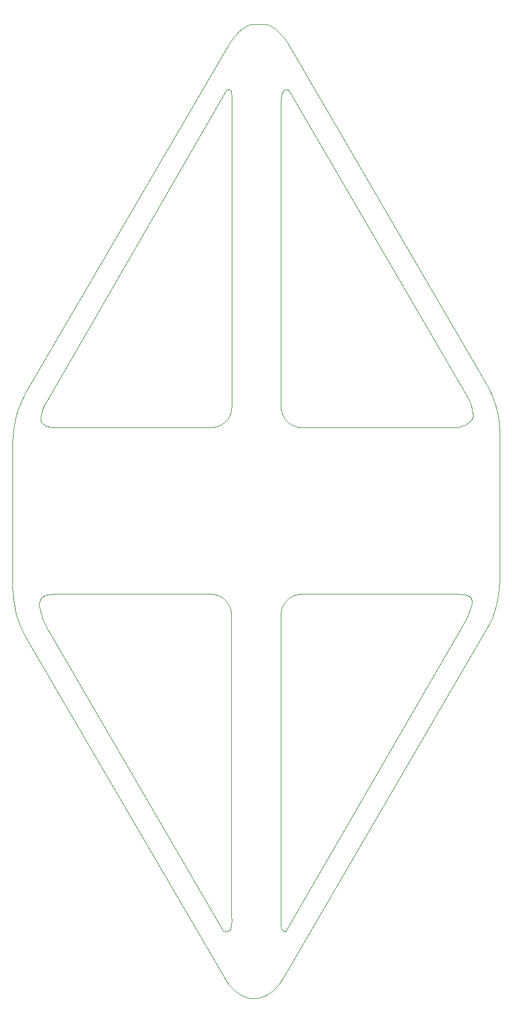
<source format=gbr>
%TF.GenerationSoftware,KiCad,Pcbnew,(6.99.0-1239-g6d82490b59-dirty)*%
%TF.CreationDate,2022-03-26T16:26:21-05:00*%
%TF.ProjectId,Layout,4c61796f-7574-42e6-9b69-6361645f7063,rev?*%
%TF.SameCoordinates,Original*%
%TF.FileFunction,Profile,NP*%
%FSLAX46Y46*%
G04 Gerber Fmt 4.6, Leading zero omitted, Abs format (unit mm)*
G04 Created by KiCad (PCBNEW (6.99.0-1239-g6d82490b59-dirty)) date 2022-03-26 16:26:21*
%MOMM*%
%LPD*%
G01*
G04 APERTURE LIST*
%TA.AperFunction,Profile*%
%ADD10C,0.100000*%
%TD*%
G04 APERTURE END LIST*
D10*
X179620500Y-80442500D02*
X151073500Y-31497700D01*
X151073500Y-31497700D02*
X150728500Y-30948300D01*
X150728500Y-30948300D02*
X150364500Y-30453500D01*
X150364500Y-30453500D02*
X149985500Y-30013200D01*
X149985500Y-30013200D02*
X149592900Y-29627300D01*
X149592900Y-29627300D02*
X149187900Y-29296000D01*
X149187900Y-29296000D02*
X148772700Y-29019100D01*
X148772700Y-29019100D02*
X148349100Y-28796600D01*
X148349100Y-28796600D02*
X147919000Y-28628600D01*
X147919000Y-28628600D02*
X145661300Y-28628600D01*
X145661300Y-28628600D02*
X145231100Y-28796600D01*
X145231100Y-28796600D02*
X144807600Y-29019100D01*
X144807600Y-29019100D02*
X144392500Y-29296000D01*
X144392500Y-29296000D02*
X143987600Y-29627300D01*
X143987600Y-29627300D02*
X143594800Y-30013200D01*
X143594800Y-30013200D02*
X143215900Y-30453500D01*
X143215900Y-30453500D02*
X142852600Y-30948300D01*
X142852600Y-30948300D02*
X142506900Y-31497700D01*
X142506900Y-31497700D02*
X113264800Y-81633700D01*
X113264800Y-81633700D02*
X113062700Y-81996900D01*
X113062700Y-81996900D02*
X112872800Y-82372200D01*
X112872800Y-82372200D02*
X112695000Y-82758900D01*
X112695000Y-82758900D02*
X112529500Y-83156400D01*
X112529500Y-83156400D02*
X112234900Y-83980800D01*
X112234900Y-83980800D02*
X111989000Y-84840200D01*
X111989000Y-84840200D02*
X111791800Y-85729100D01*
X111791800Y-85729100D02*
X111643300Y-86642200D01*
X111643300Y-86642200D02*
X111543300Y-87574200D01*
X111543300Y-87574200D02*
X111492000Y-88519700D01*
X111492000Y-88519700D02*
X111492300Y-88620600D01*
X111492300Y-88620600D02*
X111485200Y-108521100D01*
X111485200Y-108521100D02*
X111477900Y-109050100D01*
X111477900Y-109050100D02*
X111486600Y-109578000D01*
X111486600Y-109578000D02*
X111511100Y-110103700D01*
X111511100Y-110103700D02*
X111551500Y-110626500D01*
X111551500Y-110626500D02*
X111607700Y-111145300D01*
X111607700Y-111145300D02*
X111679700Y-111659200D01*
X111679700Y-111659200D02*
X111767500Y-112167000D01*
X111767500Y-112167000D02*
X111871000Y-112669000D01*
X111871000Y-112669000D02*
X111990400Y-113162000D01*
X111990400Y-113162000D02*
X112125400Y-113647000D01*
X112125400Y-113647000D02*
X112276200Y-114122000D01*
X112276200Y-114122000D02*
X112442600Y-114587000D01*
X112442600Y-114587000D02*
X112624700Y-115041000D01*
X112624700Y-115041000D02*
X112822400Y-115482000D01*
X112822400Y-115482000D02*
X113035800Y-115909000D01*
X113035800Y-115909000D02*
X113264800Y-116323000D01*
X113264800Y-116323000D02*
X141811900Y-165268000D01*
X141811900Y-165268000D02*
X142024000Y-165614000D01*
X142024000Y-165614000D02*
X142243000Y-165940000D01*
X142243000Y-165940000D02*
X142468600Y-166245000D01*
X142468600Y-166245000D02*
X142700400Y-166529000D01*
X142700400Y-166529000D02*
X142937800Y-166792000D01*
X142937800Y-166792000D02*
X143180500Y-167035000D01*
X143180500Y-167035000D02*
X143428100Y-167256000D01*
X143428100Y-167256000D02*
X143680000Y-167456000D01*
X143680000Y-167456000D02*
X143935900Y-167636000D01*
X143935900Y-167636000D02*
X144195300Y-167794000D01*
X144195300Y-167794000D02*
X144457800Y-167932000D01*
X144457800Y-167932000D02*
X144723000Y-168049000D01*
X144723000Y-168049000D02*
X144990400Y-168145000D01*
X144990400Y-168145000D02*
X145259500Y-168219000D01*
X145259500Y-168219000D02*
X145530000Y-168273000D01*
X145530000Y-168273000D02*
X145801300Y-168307000D01*
X145801300Y-168307000D02*
X146389900Y-168307000D01*
X146389900Y-168307000D02*
X146661300Y-168273000D01*
X146661300Y-168273000D02*
X146931800Y-168219000D01*
X146931800Y-168219000D02*
X147200900Y-168145000D01*
X147200900Y-168145000D02*
X147468300Y-168049000D01*
X147468300Y-168049000D02*
X147733400Y-167932000D01*
X147733400Y-167932000D02*
X147995900Y-167794000D01*
X147995900Y-167794000D02*
X148255300Y-167636000D01*
X148255300Y-167636000D02*
X148511200Y-167456000D01*
X148511200Y-167456000D02*
X148763200Y-167256000D01*
X148763200Y-167256000D02*
X149010700Y-167035000D01*
X149010700Y-167035000D02*
X149253400Y-166792000D01*
X149253400Y-166792000D02*
X149490900Y-166529000D01*
X149490900Y-166529000D02*
X149722600Y-166245000D01*
X149722600Y-166245000D02*
X149948500Y-165940000D01*
X149948500Y-165940000D02*
X150167500Y-165614000D01*
X150167500Y-165614000D02*
X150379500Y-165268000D01*
X150379500Y-165268000D02*
X179620500Y-115132000D01*
X179620500Y-115132000D02*
X179818500Y-114777000D01*
X179818500Y-114777000D02*
X180004500Y-114410000D01*
X180004500Y-114410000D02*
X180341500Y-113646000D01*
X180341500Y-113646000D02*
X180631500Y-112844000D01*
X180631500Y-112844000D02*
X180875500Y-112011000D01*
X180875500Y-112011000D02*
X181073500Y-111150600D01*
X181073500Y-111150600D02*
X181223500Y-110269600D01*
X181223500Y-110269600D02*
X181328500Y-109373300D01*
X181328500Y-109373300D02*
X181386500Y-108467400D01*
X181386500Y-108467400D02*
X181392500Y-88375000D01*
X181392500Y-88375000D02*
X181405500Y-87828700D01*
X181405500Y-87828700D02*
X181402500Y-87285900D01*
X181402500Y-87285900D02*
X181381500Y-86747300D01*
X181381500Y-86747300D02*
X181345500Y-86213600D01*
X181345500Y-86213600D02*
X181291500Y-85685500D01*
X181291500Y-85685500D02*
X181222500Y-85163600D01*
X181222500Y-85163600D02*
X181135500Y-84648600D01*
X181135500Y-84648600D02*
X181032500Y-84141400D01*
X181032500Y-84141400D02*
X180913500Y-83642400D01*
X180913500Y-83642400D02*
X180778500Y-83152600D01*
X180778500Y-83152600D02*
X180625500Y-82672500D01*
X180625500Y-82672500D02*
X180457500Y-82202800D01*
X180457500Y-82202800D02*
X180272500Y-81744300D01*
X180272500Y-81744300D02*
X180071500Y-81297600D01*
X180071500Y-81297600D02*
X179854500Y-80863400D01*
X179854500Y-80863400D02*
X179621500Y-80442500D01*
X179621500Y-80442500D02*
X179620500Y-80442500D01*
X179620500Y-80442500D02*
X179620500Y-80442500D01*
X142193800Y-38031900D02*
X116582900Y-82277200D01*
X116582900Y-82277200D02*
X116244000Y-82862500D01*
X116244000Y-82862500D02*
X116087900Y-83151400D01*
X116087900Y-83151400D02*
X115941900Y-83453000D01*
X115941900Y-83453000D02*
X115807000Y-83778400D01*
X115807000Y-83778400D02*
X115684200Y-84139000D01*
X115684200Y-84139000D02*
X115574600Y-84545800D01*
X115574600Y-84545800D02*
X115479100Y-85010300D01*
X115479100Y-85010300D02*
X115500000Y-85243800D01*
X115500000Y-85243800D02*
X115551100Y-85450400D01*
X115551100Y-85450400D02*
X115630000Y-85631500D01*
X115630000Y-85631500D02*
X115734000Y-85789000D01*
X115734000Y-85789000D02*
X115860500Y-85924500D01*
X115860500Y-85924500D02*
X116007100Y-86039600D01*
X116007100Y-86039600D02*
X116171000Y-86135900D01*
X116171000Y-86135900D02*
X116349700Y-86215100D01*
X116349700Y-86215100D02*
X116540700Y-86278800D01*
X116540700Y-86278800D02*
X116741400Y-86328700D01*
X116741400Y-86328700D02*
X117161400Y-86393600D01*
X117161400Y-86393600D02*
X117589100Y-86422900D01*
X117589100Y-86422900D02*
X118004000Y-86429800D01*
X118004000Y-86429800D02*
X139947400Y-86429800D01*
X139947400Y-86429800D02*
X140251800Y-86414400D01*
X140251800Y-86414400D02*
X140547200Y-86369200D01*
X140547200Y-86369200D02*
X140832200Y-86295700D01*
X140832200Y-86295700D02*
X141105200Y-86195400D01*
X141105200Y-86195400D02*
X141364900Y-86069800D01*
X141364900Y-86069800D02*
X141609700Y-85920200D01*
X141609700Y-85920200D02*
X141838200Y-85748300D01*
X141838200Y-85748300D02*
X142048800Y-85555500D01*
X142048800Y-85555500D02*
X142240200Y-85343300D01*
X142240200Y-85343300D02*
X142410900Y-85113100D01*
X142410900Y-85113100D02*
X142559300Y-84866500D01*
X142559300Y-84866500D02*
X142684100Y-84604900D01*
X142684100Y-84604900D02*
X142783600Y-84329800D01*
X142783600Y-84329800D02*
X142856600Y-84042700D01*
X142856600Y-84042700D02*
X142901500Y-83745100D01*
X142901500Y-83745100D02*
X142916700Y-83438400D01*
X142916700Y-83438400D02*
X142916700Y-39988100D01*
X142916700Y-39988100D02*
X142934000Y-39294400D01*
X142934000Y-39294400D02*
X142932200Y-38905300D01*
X142932200Y-38905300D02*
X142902500Y-38537900D01*
X142902500Y-38537900D02*
X142872400Y-38374000D01*
X142872400Y-38374000D02*
X142829500Y-38229500D01*
X142829500Y-38229500D02*
X142771800Y-38109100D01*
X142771800Y-38109100D02*
X142697400Y-38017400D01*
X142697400Y-38017400D02*
X142604400Y-37959200D01*
X142604400Y-37959200D02*
X142490700Y-37939100D01*
X142490700Y-37939100D02*
X142354500Y-37961800D01*
X142354500Y-37961800D02*
X142193800Y-38031900D01*
X142193800Y-38031900D02*
X142193800Y-38031900D01*
X142193800Y-38031900D02*
X142193800Y-38031900D01*
X151103500Y-38020000D02*
X150885500Y-37972900D01*
X150885500Y-37972900D02*
X150697500Y-37971600D01*
X150697500Y-37971600D02*
X150537500Y-38011700D01*
X150537500Y-38011700D02*
X150404500Y-38088700D01*
X150404500Y-38088700D02*
X150294500Y-38198500D01*
X150294500Y-38198500D02*
X150206500Y-38336700D01*
X150206500Y-38336700D02*
X150137500Y-38498900D01*
X150137500Y-38498900D02*
X150085500Y-38680900D01*
X150085500Y-38680900D02*
X150022500Y-39086700D01*
X150022500Y-39086700D02*
X150000500Y-39519500D01*
X150000500Y-39519500D02*
X150004500Y-40327800D01*
X150004500Y-40327800D02*
X150004500Y-83450300D01*
X150004500Y-83450300D02*
X150019500Y-83754600D01*
X150019500Y-83754600D02*
X150064500Y-84050000D01*
X150064500Y-84050000D02*
X150137500Y-84335000D01*
X150137500Y-84335000D02*
X150237500Y-84608000D01*
X150237500Y-84608000D02*
X150361500Y-84867600D01*
X150361500Y-84867600D02*
X150510500Y-85112400D01*
X150510500Y-85112400D02*
X150680500Y-85340800D01*
X150680500Y-85340800D02*
X150872500Y-85551400D01*
X150872500Y-85551400D02*
X151082500Y-85742800D01*
X151082500Y-85742800D02*
X151311500Y-85913400D01*
X151311500Y-85913400D02*
X151556500Y-86061800D01*
X151556500Y-86061800D02*
X151815500Y-86186500D01*
X151815500Y-86186500D02*
X152088500Y-86286000D01*
X152088500Y-86286000D02*
X152373500Y-86359000D01*
X152373500Y-86359000D02*
X152669500Y-86403800D01*
X152669500Y-86403800D02*
X152973500Y-86419100D01*
X152973500Y-86419100D02*
X174916500Y-86419100D01*
X174916500Y-86419100D02*
X175141500Y-86411100D01*
X175141500Y-86411100D02*
X175367500Y-86387500D01*
X175367500Y-86387500D02*
X175820500Y-86295700D01*
X175820500Y-86295700D02*
X176257500Y-86148200D01*
X176257500Y-86148200D02*
X176464500Y-86055000D01*
X176464500Y-86055000D02*
X176660500Y-85949400D01*
X176660500Y-85949400D02*
X176844500Y-85832100D01*
X176844500Y-85832100D02*
X177013500Y-85703700D01*
X177013500Y-85703700D02*
X177165500Y-85564700D01*
X177165500Y-85564700D02*
X177298500Y-85415600D01*
X177298500Y-85415600D02*
X177409500Y-85257000D01*
X177409500Y-85257000D02*
X177497500Y-85089500D01*
X177497500Y-85089500D02*
X177560500Y-84913500D01*
X177560500Y-84913500D02*
X177594500Y-84729800D01*
X177594500Y-84729800D02*
X177530500Y-84241500D01*
X177530500Y-84241500D02*
X177428500Y-83768500D01*
X177428500Y-83768500D02*
X177293500Y-83310300D01*
X177293500Y-83310300D02*
X177130500Y-82866500D01*
X177130500Y-82866500D02*
X176944500Y-82436600D01*
X176944500Y-82436600D02*
X176741500Y-82020200D01*
X176741500Y-82020200D02*
X176303500Y-81226100D01*
X176303500Y-81226100D02*
X151103500Y-38020000D01*
X151103500Y-38020000D02*
X151103500Y-38020000D01*
X117968900Y-110335500D02*
X117509400Y-110337200D01*
X117509400Y-110337200D02*
X117036500Y-110356500D01*
X117036500Y-110356500D02*
X116574800Y-110414600D01*
X116574800Y-110414600D02*
X116355700Y-110464700D01*
X116355700Y-110464700D02*
X116148700Y-110532500D01*
X116148700Y-110532500D02*
X115956700Y-110620400D01*
X115956700Y-110620400D02*
X115782700Y-110731300D01*
X115782700Y-110731300D02*
X115630000Y-110867700D01*
X115630000Y-110867700D02*
X115501500Y-111032300D01*
X115501500Y-111032300D02*
X115400200Y-111227700D01*
X115400200Y-111227700D02*
X115329400Y-111456600D01*
X115329400Y-111456600D02*
X115292000Y-111722000D01*
X115292000Y-111722000D02*
X115291000Y-112025000D01*
X115291000Y-112025000D02*
X115397600Y-112501000D01*
X115397600Y-112501000D02*
X115519800Y-112967000D01*
X115519800Y-112967000D02*
X115657700Y-113425000D01*
X115657700Y-113425000D02*
X115811400Y-113871000D01*
X115811400Y-113871000D02*
X115980700Y-114306000D01*
X115980700Y-114306000D02*
X116165800Y-114728000D01*
X116165800Y-114728000D02*
X116366500Y-115136000D01*
X116366500Y-115136000D02*
X116582900Y-115528000D01*
X116582900Y-115528000D02*
X141782400Y-158735000D01*
X141782400Y-158735000D02*
X142028100Y-158745000D01*
X142028100Y-158745000D02*
X142236100Y-158720000D01*
X142236100Y-158720000D02*
X142409500Y-158661000D01*
X142409500Y-158661000D02*
X142551400Y-158573000D01*
X142551400Y-158573000D02*
X142664700Y-158459000D01*
X142664700Y-158459000D02*
X142752300Y-158321000D01*
X142752300Y-158321000D02*
X142817400Y-158164000D01*
X142817400Y-158164000D02*
X142862900Y-157991000D01*
X142862900Y-157991000D02*
X142891800Y-157805000D01*
X142891800Y-157805000D02*
X142907100Y-157610000D01*
X142907100Y-157610000D02*
X142908900Y-157204000D01*
X142908900Y-157204000D02*
X142881600Y-156427000D01*
X142881600Y-156427000D02*
X142881600Y-113304000D01*
X142881600Y-113304000D02*
X142866300Y-113000000D01*
X142866300Y-113000000D02*
X142821500Y-112704000D01*
X142821500Y-112704000D02*
X142748600Y-112420000D01*
X142748600Y-112420000D02*
X142649000Y-112147000D01*
X142649000Y-112147000D02*
X142524300Y-111887000D01*
X142524300Y-111887000D02*
X142375900Y-111642100D01*
X142375900Y-111642100D02*
X142205300Y-111413700D01*
X142205300Y-111413700D02*
X142014000Y-111203100D01*
X142014000Y-111203100D02*
X141803300Y-111011700D01*
X141803300Y-111011700D02*
X141574900Y-110841100D01*
X141574900Y-110841100D02*
X141330200Y-110692800D01*
X141330200Y-110692800D02*
X141070500Y-110568000D01*
X141070500Y-110568000D02*
X140797500Y-110468500D01*
X140797500Y-110468500D02*
X140512600Y-110395600D01*
X140512600Y-110395600D02*
X140217200Y-110350700D01*
X140217200Y-110350700D02*
X139912800Y-110335500D01*
X139912800Y-110335500D02*
X117968900Y-110335500D01*
X117968900Y-110335500D02*
X117968900Y-110335500D01*
X152938500Y-110335600D02*
X152634500Y-110351000D01*
X152634500Y-110351000D02*
X152338500Y-110396200D01*
X152338500Y-110396200D02*
X152053500Y-110469600D01*
X152053500Y-110469600D02*
X151780500Y-110569800D01*
X151780500Y-110569800D02*
X151521500Y-110695400D01*
X151521500Y-110695400D02*
X151276500Y-110844800D01*
X151276500Y-110844800D02*
X151047500Y-111016600D01*
X151047500Y-111016600D02*
X150837500Y-111209300D01*
X150837500Y-111209300D02*
X150646500Y-111421300D01*
X150646500Y-111421300D02*
X150475500Y-111651300D01*
X150475500Y-111651300D02*
X150327500Y-111898000D01*
X150327500Y-111898000D02*
X150202500Y-112159000D01*
X150202500Y-112159000D02*
X150102500Y-112434000D01*
X150102500Y-112434000D02*
X150029500Y-112721000D01*
X150029500Y-112721000D02*
X149985500Y-113018000D01*
X149985500Y-113018000D02*
X149969500Y-113325000D01*
X149969500Y-113325000D02*
X149969500Y-156744000D01*
X149969500Y-156744000D02*
X149963500Y-157375000D01*
X149963500Y-157375000D02*
X149975500Y-157708000D01*
X149975500Y-157708000D02*
X150014500Y-158026000D01*
X150014500Y-158026000D02*
X150047500Y-158172000D01*
X150047500Y-158172000D02*
X150092500Y-158305000D01*
X150092500Y-158305000D02*
X150150500Y-158424000D01*
X150150500Y-158424000D02*
X150223500Y-158525000D01*
X150223500Y-158525000D02*
X150312500Y-158606000D01*
X150312500Y-158606000D02*
X150418500Y-158663000D01*
X150418500Y-158663000D02*
X150544500Y-158695000D01*
X150544500Y-158695000D02*
X150692500Y-158699000D01*
X150692500Y-158699000D02*
X176303500Y-114485000D01*
X176303500Y-114485000D02*
X176637500Y-113853000D01*
X176637500Y-113853000D02*
X176933500Y-113184000D01*
X176933500Y-113184000D02*
X177189500Y-112483000D01*
X177189500Y-112483000D02*
X177406500Y-111754000D01*
X177406500Y-111754000D02*
X177425500Y-111488900D01*
X177425500Y-111488900D02*
X177403500Y-111259000D01*
X177403500Y-111259000D02*
X177345500Y-111061600D01*
X177345500Y-111061600D02*
X177253500Y-110894500D01*
X177253500Y-110894500D02*
X177132500Y-110755000D01*
X177132500Y-110755000D02*
X176984500Y-110640800D01*
X176984500Y-110640800D02*
X176815500Y-110549200D01*
X176815500Y-110549200D02*
X176626500Y-110477800D01*
X176626500Y-110477800D02*
X176422500Y-110424200D01*
X176422500Y-110424200D02*
X176207500Y-110385700D01*
X176207500Y-110385700D02*
X175758500Y-110344600D01*
X175758500Y-110344600D02*
X175306500Y-110334600D01*
X175306500Y-110334600D02*
X174881500Y-110335600D01*
X174881500Y-110335600D02*
X152938500Y-110335600D01*
X152938500Y-110335600D02*
X152938500Y-110335600D01*
M02*

</source>
